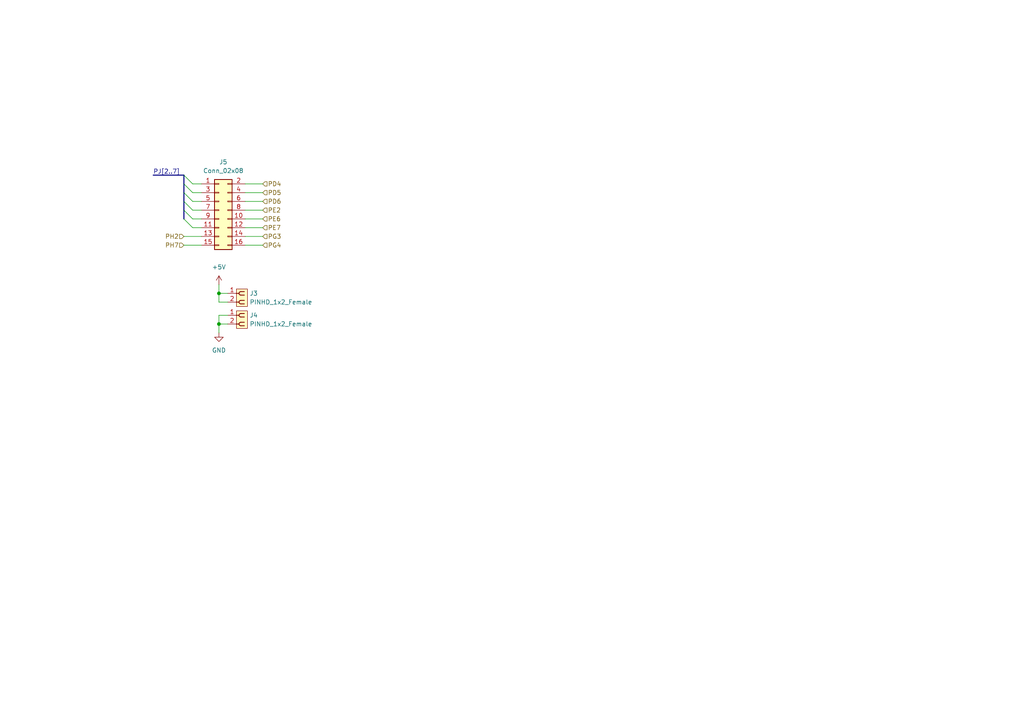
<source format=kicad_sch>
(kicad_sch (version 20250114) (generator "eeschema") (generator_version "9.0")
  (paper "A4")
  (lib_symbols
    (symbol "PCM_4ms_Connector:Conn_02x08" (pin_names (offset 0.0254) (hide yes))
      (property "Reference" "J" (at 0 11.43 0))
      (property "Value" "Conn_02x08" (at 0 13.97 0))
      (symbol "Conn_02x08_0_1"
        (rectangle (start -2.54 10.16) (end 2.54 -10.16) (stroke (width 0.254)) (fill (type background)))
        (rectangle (start -2.54 9.017) (end -1.27 8.763))
        (rectangle (start -2.54 6.477) (end -1.27 6.223))
        (rectangle (start -2.54 3.937) (end -1.27 3.683))
        (rectangle (start -2.54 1.397) (end -1.27 1.143))
        (rectangle (start -2.54 -1.143) (end -1.27 -1.397))
        (rectangle (start -2.54 -3.683) (end -1.27 -3.937))
        (rectangle (start -2.54 -6.223) (end -1.27 -6.477))
        (rectangle (start -2.54 -8.763) (end -1.27 -9.017))
        (rectangle (start 1.27 9.017) (end 2.54 8.763))
        (rectangle (start 1.27 6.477) (end 2.54 6.223))
        (rectangle (start 1.27 3.937) (end 2.54 3.683))
        (rectangle (start 1.27 1.397) (end 2.54 1.143))
        (rectangle (start 1.27 -1.143) (end 2.54 -1.397))
        (rectangle (start 1.27 -3.683) (end 2.54 -3.937))
        (rectangle (start 1.27 -6.223) (end 2.54 -6.477))
        (rectangle (start 1.27 -8.763) (end 2.54 -9.017))
      )
      (symbol "Conn_02x08_1_1"
        (pin passive line (at -6.35 8.89 0) (length 3.81) (name "P1") (number "1"))
        (pin passive line (at -6.35 6.35 0) (length 3.81) (name "P3") (number "3"))
        (pin passive line (at -6.35 3.81 0) (length 3.81) (name "+12V") (number "5"))
        (pin passive line (at -6.35 1.27 0) (length 3.81) (name "12V") (number "7"))
        (pin passive line (at -6.35 -1.27 0) (length 3.81) (name "GND") (number "9"))
        (pin passive line (at -6.35 -3.81 0) (length 3.81) (name "GND") (number "11"))
        (pin passive line (at -6.35 -6.35 0) (length 3.81) (name "-12") (number "13"))
        (pin passive line (at -6.35 -8.89 0) (length 3.81) (name "-12V") (number "15"))
        (pin passive line (at 6.35 8.89 180) (length 3.81) (name "P2") (number "2"))
        (pin passive line (at 6.35 6.35 180) (length 3.81) (name "P4") (number "4"))
        (pin passive line (at 6.35 3.81 180) (length 3.81) (name "P6") (number "6"))
        (pin passive line (at 6.35 1.27 180) (length 3.81) (name "+12V") (number "8"))
        (pin passive line (at 6.35 -1.27 180) (length 3.81) (name "GND") (number "10"))
        (pin passive line (at 6.35 -3.81 180) (length 3.81) (name "GND") (number "12"))
        (pin passive line (at 6.35 -6.35 180) (length 3.81) (name "-12V") (number "14"))
        (pin passive line (at 6.35 -8.89 180) (length 3.81) (name "P16") (number "16"))
      )
    )
    (symbol "PCM_SL_Pin_Headers:PINHD_1x2_Female"
      (property "Reference" "J" (at 0 7.62 0))
      (property "Value" "PINHD_1x2_Female" (at 0 5.08 0))
      (symbol "PINHD_1x2_Female_0_1"
        (rectangle (start -1.27 2.54) (end 1.905 -2.54) (fill (type background)))
        (polyline (pts (xy -1.27 1.27) (xy -0.508 1.27)) (stroke (width 0.25)))
        (polyline (pts (xy -1.27 -1.27) (xy -0.508 -1.27)) (stroke (width 0.25)))
        (polyline (pts (xy 0 1.778) (xy 1.016 1.778)) (stroke (width 0.25)))
        (arc (start -0.508 1.27) (mid -0.3592 1.6292) (end 0 1.778) (stroke (width 0.25)))
        (arc (start 0 0.762) (mid -0.3592 0.9108) (end -0.508 1.27) (stroke (width 0.25)))
        (polyline (pts (xy 0 0.762) (xy 1.016 0.762)) (stroke (width 0.25)))
        (polyline (pts (xy 0 -0.762) (xy 1.016 -0.762)) (stroke (width 0.25)))
        (arc (start -0.508 -1.27) (mid -0.3592 -0.9108) (end 0 -0.762) (stroke (width 0.25)))
        (arc (start 0 -1.778) (mid -0.3592 -1.6292) (end -0.508 -1.27) (stroke (width 0.25)))
        (polyline (pts (xy 0 -1.778) (xy 1.016 -1.778)) (stroke (width 0.25)))
      )
      (symbol "PINHD_1x2_Female_1_1"
        (pin passive line (at -3.81 1.27 0) (length 2.54) (name "") (number "1"))
        (pin passive line (at -3.81 -1.27 0) (length 2.54) (name "") (number "2"))
      )
    )
    (symbol "power:+5V" (power) (pin_names (offset 0))
      (property "Value" "+5V" (at 0 3.556 0))
      (symbol "+5V_0_1"
        (polyline (pts (xy -0.762 1.27) (xy 0 2.54)))
        (polyline (pts (xy 0 2.54) (xy 0.762 1.27)))
        (polyline (pts (xy 0 0) (xy 0 2.54)))
      )
      (symbol "+5V_1_1"
        (pin power_in line (at 0 0 90) (length 0) (hide yes) (name "+5V") (number "1"))
      )
    )
    (symbol "power:GND" (power) (pin_names (offset 0))
      (property "Value" "GND" (at 0 -3.81 0))
      (symbol "GND_0_1"
        (polyline (pts (xy 0 0) (xy 0 -1.27) (xy 1.27 -1.27) (xy 0 -2.54) (xy -1.27 -1.27) (xy 0 -1.27)))
      )
      (symbol "GND_1_1"
        (pin power_in line (at 0 0 270) (length 0) (hide yes) (name "GND") (number "1"))
      )
    )
  )
  (junction (at 63.5 85.09))
  (junction (at 63.5 93.98))
  (bus_entry (at 53.34 58.42) (size 2.54 2.54))
  (bus_entry (at 53.34 60.96) (size 2.54 2.54))
  (bus_entry (at 53.34 50.8) (size 2.54 2.54))
  (bus_entry (at 53.34 63.5) (size 2.54 2.54))
  (bus_entry (at 53.34 55.88) (size 2.54 2.54))
  (bus_entry (at 53.34 53.34) (size 2.54 2.54))
  (wire (pts (xy 53.34 71.12) (xy 58.42 71.12)))
  (wire (pts (xy 55.88 66.04) (xy 58.42 66.04)))
  (wire (pts (xy 76.2 63.5) (xy 71.12 63.5)))
  (wire (pts (xy 63.5 91.44) (xy 63.5 93.98)))
  (wire (pts (xy 63.5 87.63) (xy 63.5 85.09)))
  (wire (pts (xy 76.2 68.58) (xy 71.12 68.58)))
  (bus (pts (xy 44.45 50.8) (xy 53.34 50.8)))
  (wire (pts (xy 76.2 60.96) (xy 71.12 60.96)))
  (wire (pts (xy 76.2 53.34) (xy 71.12 53.34)))
  (wire (pts (xy 76.2 66.04) (xy 71.12 66.04)))
  (bus (pts (xy 53.34 50.8) (xy 53.34 53.34)))
  (wire (pts (xy 66.04 93.98) (xy 63.5 93.98)))
  (wire (pts (xy 66.04 87.63) (xy 63.5 87.63)))
  (wire (pts (xy 76.2 58.42) (xy 71.12 58.42)))
  (wire (pts (xy 66.04 91.44) (xy 63.5 91.44)))
  (bus (pts (xy 53.34 55.88) (xy 53.34 58.42)))
  (wire (pts (xy 55.88 55.88) (xy 58.42 55.88)))
  (wire (pts (xy 76.2 55.88) (xy 71.12 55.88)))
  (wire (pts (xy 55.88 63.5) (xy 58.42 63.5)))
  (wire (pts (xy 76.2 71.12) (xy 71.12 71.12)))
  (bus (pts (xy 53.34 53.34) (xy 53.34 55.88)))
  (wire (pts (xy 63.5 85.09) (xy 66.04 85.09)))
  (wire (pts (xy 53.34 68.58) (xy 58.42 68.58)))
  (wire (pts (xy 55.88 60.96) (xy 58.42 60.96)))
  (wire (pts (xy 55.88 53.34) (xy 58.42 53.34)))
  (wire (pts (xy 55.88 58.42) (xy 58.42 58.42)))
  (wire (pts (xy 63.5 93.98) (xy 63.5 96.52)))
  (bus (pts (xy 53.34 58.42) (xy 53.34 60.96)))
  (bus (pts (xy 53.34 60.96) (xy 53.34 63.5)))
  (wire (pts (xy 63.5 82.55) (xy 63.5 85.09)))
  (label "PJ[2..7]" (at 44.45 50.8 0))
  (hierarchical_label "PE6" (shape input) (at 76.2 63.5 0))
  (hierarchical_label "PD5" (shape input) (at 76.2 55.88 0))
  (hierarchical_label "PH2" (shape input) (at 53.34 68.58 180))
  (hierarchical_label "PE2" (shape input) (at 76.2 60.96 0))
  (hierarchical_label "PD6" (shape input) (at 76.2 58.42 0))
  (hierarchical_label "PG3" (shape input) (at 76.2 68.58 0))
  (hierarchical_label "PG4" (shape input) (at 76.2 71.12 0))
  (hierarchical_label "PE7" (shape input) (at 76.2 66.04 0))
  (hierarchical_label "PD4" (shape input) (at 76.2 53.34 0))
  (hierarchical_label "PH7" (shape input) (at 53.34 71.12 180))
  (symbol (lib_id "PCM_4ms_Connector:Conn_02x08") (at 64.77 62.23 0) (unit 1)
    (property "Reference" "J5" (at 64.77 46.99 0))
    (property "Value" "Conn_02x08" (at 64.77 49.53 0))
    (property "Footprint" "PCM_4ms_Connector:Pins_2x08_2.54mm_TH" (effects (hide yes)))
    (property "Specifications" "Header, Male Pins, 2*8, spacing 2.54mm, straight pin" (effects (hide yes)))
    (property "Manufacturer" "TAD" (effects (hide yes)))
    (property "Part Number" "1-1602FBV0T" (effects (hide yes)))
  )
  (symbol (lib_id "power:+5V") (at 63.5 82.55 0) (unit 1)
    (property "Reference" "#PWR026" (effects (hide yes)))
    (property "Value" "+5V" (at 63.5 77.47 0))
  )
  (symbol (lib_id "power:GND") (at 63.5 96.52 0) (unit 1)
    (property "Reference" "#PWR049" (effects (hide yes)))
    (property "Value" "GND" (at 63.5 101.6 0))
  )
  (symbol (lib_id "PCM_SL_Pin_Headers:PINHD_1x2_Female") (at 69.85 86.36 0) (unit 1)
    (property "Reference" "J3" (at 72.39 85.0899 0) (effects (justify left)))
    (property "Value" "PINHD_1x2_Female" (at 72.39 87.6299 0) (effects (justify left)))
    (property "Footprint" "Connector_PinSocket_2.54mm:PinSocket_1x02_P2.54mm_Vertical" (effects (hide yes)))
    (property "Description" "Pin Header female with pin space 2.54mm. Pin Count -2" (effects (hide yes)))
  )
  (symbol (lib_id "PCM_SL_Pin_Headers:PINHD_1x2_Female") (at 69.85 92.71 0) (unit 1)
    (property "Reference" "J4" (at 72.39 91.4399 0) (effects (justify left)))
    (property "Value" "PINHD_1x2_Female" (at 72.39 93.9799 0) (effects (justify left)))
    (property "Footprint" "Connector_PinSocket_2.54mm:PinSocket_1x02_P2.54mm_Vertical" (effects (hide yes)))
    (property "Description" "Pin Header female with pin space 2.54mm. Pin Count -2" (effects (hide yes)))
  )
)
</source>
